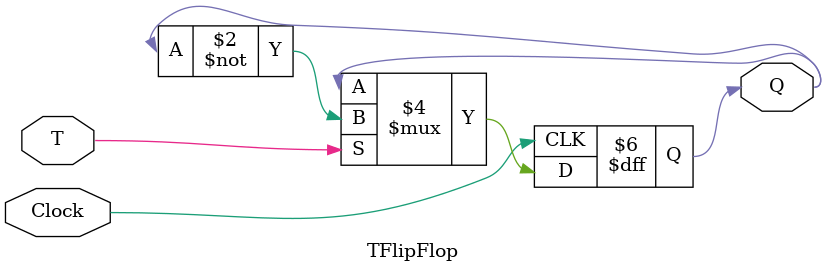
<source format=v>
module TFlipFlop(T, Clock, Q);
input T, Clock;
output reg Q;

//always@(posedge Clock)
always@(posedge Clock)
	if (T)
		Q = ~Q;
		
endmodule
</source>
